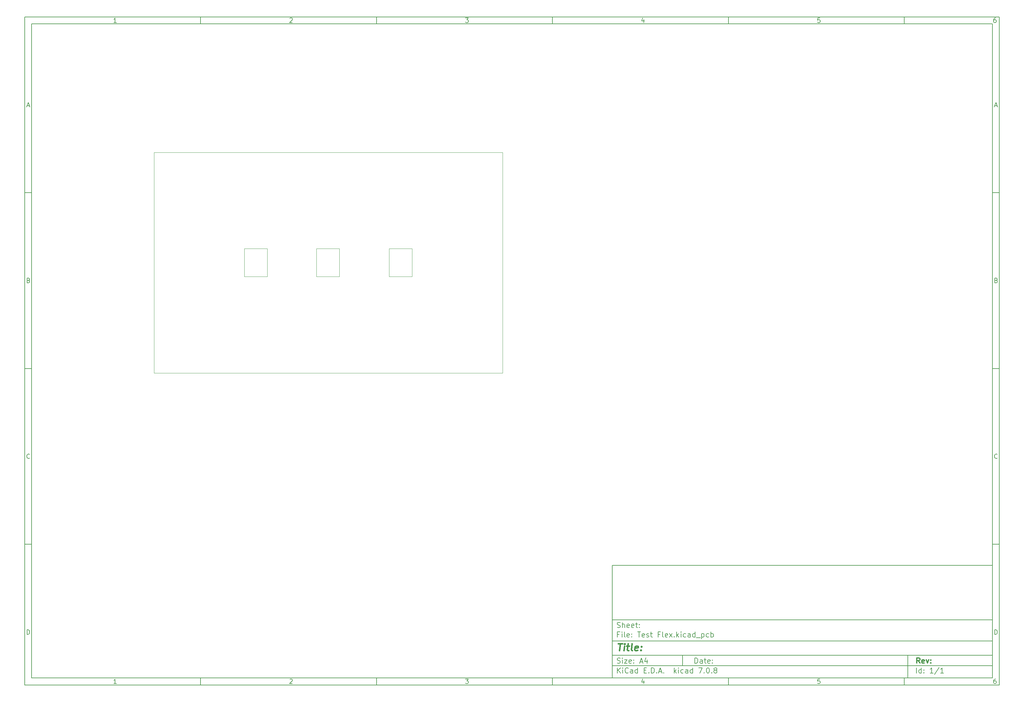
<source format=gbr>
%TF.GenerationSoftware,KiCad,Pcbnew,7.0.8*%
%TF.CreationDate,2023-11-08T15:44:53-05:00*%
%TF.ProjectId,Test Flex,54657374-2046-46c6-9578-2e6b69636164,rev?*%
%TF.SameCoordinates,Original*%
%TF.FileFunction,Profile,NP*%
%FSLAX46Y46*%
G04 Gerber Fmt 4.6, Leading zero omitted, Abs format (unit mm)*
G04 Created by KiCad (PCBNEW 7.0.8) date 2023-11-08 15:44:53*
%MOMM*%
%LPD*%
G01*
G04 APERTURE LIST*
%ADD10C,0.100000*%
%ADD11C,0.150000*%
%ADD12C,0.300000*%
%ADD13C,0.400000*%
%TA.AperFunction,Profile*%
%ADD14C,0.100000*%
%TD*%
G04 APERTURE END LIST*
D10*
D11*
X177002200Y-166007200D02*
X285002200Y-166007200D01*
X285002200Y-198007200D01*
X177002200Y-198007200D01*
X177002200Y-166007200D01*
D10*
D11*
X10000000Y-10000000D02*
X287002200Y-10000000D01*
X287002200Y-200007200D01*
X10000000Y-200007200D01*
X10000000Y-10000000D01*
D10*
D11*
X12000000Y-12000000D02*
X285002200Y-12000000D01*
X285002200Y-198007200D01*
X12000000Y-198007200D01*
X12000000Y-12000000D01*
D10*
D11*
X60000000Y-12000000D02*
X60000000Y-10000000D01*
D10*
D11*
X110000000Y-12000000D02*
X110000000Y-10000000D01*
D10*
D11*
X160000000Y-12000000D02*
X160000000Y-10000000D01*
D10*
D11*
X210000000Y-12000000D02*
X210000000Y-10000000D01*
D10*
D11*
X260000000Y-12000000D02*
X260000000Y-10000000D01*
D10*
D11*
X36089160Y-11593604D02*
X35346303Y-11593604D01*
X35717731Y-11593604D02*
X35717731Y-10293604D01*
X35717731Y-10293604D02*
X35593922Y-10479319D01*
X35593922Y-10479319D02*
X35470112Y-10603128D01*
X35470112Y-10603128D02*
X35346303Y-10665033D01*
D10*
D11*
X85346303Y-10417414D02*
X85408207Y-10355509D01*
X85408207Y-10355509D02*
X85532017Y-10293604D01*
X85532017Y-10293604D02*
X85841541Y-10293604D01*
X85841541Y-10293604D02*
X85965350Y-10355509D01*
X85965350Y-10355509D02*
X86027255Y-10417414D01*
X86027255Y-10417414D02*
X86089160Y-10541223D01*
X86089160Y-10541223D02*
X86089160Y-10665033D01*
X86089160Y-10665033D02*
X86027255Y-10850747D01*
X86027255Y-10850747D02*
X85284398Y-11593604D01*
X85284398Y-11593604D02*
X86089160Y-11593604D01*
D10*
D11*
X135284398Y-10293604D02*
X136089160Y-10293604D01*
X136089160Y-10293604D02*
X135655826Y-10788842D01*
X135655826Y-10788842D02*
X135841541Y-10788842D01*
X135841541Y-10788842D02*
X135965350Y-10850747D01*
X135965350Y-10850747D02*
X136027255Y-10912652D01*
X136027255Y-10912652D02*
X136089160Y-11036461D01*
X136089160Y-11036461D02*
X136089160Y-11345985D01*
X136089160Y-11345985D02*
X136027255Y-11469795D01*
X136027255Y-11469795D02*
X135965350Y-11531700D01*
X135965350Y-11531700D02*
X135841541Y-11593604D01*
X135841541Y-11593604D02*
X135470112Y-11593604D01*
X135470112Y-11593604D02*
X135346303Y-11531700D01*
X135346303Y-11531700D02*
X135284398Y-11469795D01*
D10*
D11*
X185965350Y-10726938D02*
X185965350Y-11593604D01*
X185655826Y-10231700D02*
X185346303Y-11160271D01*
X185346303Y-11160271D02*
X186151064Y-11160271D01*
D10*
D11*
X236027255Y-10293604D02*
X235408207Y-10293604D01*
X235408207Y-10293604D02*
X235346303Y-10912652D01*
X235346303Y-10912652D02*
X235408207Y-10850747D01*
X235408207Y-10850747D02*
X235532017Y-10788842D01*
X235532017Y-10788842D02*
X235841541Y-10788842D01*
X235841541Y-10788842D02*
X235965350Y-10850747D01*
X235965350Y-10850747D02*
X236027255Y-10912652D01*
X236027255Y-10912652D02*
X236089160Y-11036461D01*
X236089160Y-11036461D02*
X236089160Y-11345985D01*
X236089160Y-11345985D02*
X236027255Y-11469795D01*
X236027255Y-11469795D02*
X235965350Y-11531700D01*
X235965350Y-11531700D02*
X235841541Y-11593604D01*
X235841541Y-11593604D02*
X235532017Y-11593604D01*
X235532017Y-11593604D02*
X235408207Y-11531700D01*
X235408207Y-11531700D02*
X235346303Y-11469795D01*
D10*
D11*
X285965350Y-10293604D02*
X285717731Y-10293604D01*
X285717731Y-10293604D02*
X285593922Y-10355509D01*
X285593922Y-10355509D02*
X285532017Y-10417414D01*
X285532017Y-10417414D02*
X285408207Y-10603128D01*
X285408207Y-10603128D02*
X285346303Y-10850747D01*
X285346303Y-10850747D02*
X285346303Y-11345985D01*
X285346303Y-11345985D02*
X285408207Y-11469795D01*
X285408207Y-11469795D02*
X285470112Y-11531700D01*
X285470112Y-11531700D02*
X285593922Y-11593604D01*
X285593922Y-11593604D02*
X285841541Y-11593604D01*
X285841541Y-11593604D02*
X285965350Y-11531700D01*
X285965350Y-11531700D02*
X286027255Y-11469795D01*
X286027255Y-11469795D02*
X286089160Y-11345985D01*
X286089160Y-11345985D02*
X286089160Y-11036461D01*
X286089160Y-11036461D02*
X286027255Y-10912652D01*
X286027255Y-10912652D02*
X285965350Y-10850747D01*
X285965350Y-10850747D02*
X285841541Y-10788842D01*
X285841541Y-10788842D02*
X285593922Y-10788842D01*
X285593922Y-10788842D02*
X285470112Y-10850747D01*
X285470112Y-10850747D02*
X285408207Y-10912652D01*
X285408207Y-10912652D02*
X285346303Y-11036461D01*
D10*
D11*
X60000000Y-198007200D02*
X60000000Y-200007200D01*
D10*
D11*
X110000000Y-198007200D02*
X110000000Y-200007200D01*
D10*
D11*
X160000000Y-198007200D02*
X160000000Y-200007200D01*
D10*
D11*
X210000000Y-198007200D02*
X210000000Y-200007200D01*
D10*
D11*
X260000000Y-198007200D02*
X260000000Y-200007200D01*
D10*
D11*
X36089160Y-199600804D02*
X35346303Y-199600804D01*
X35717731Y-199600804D02*
X35717731Y-198300804D01*
X35717731Y-198300804D02*
X35593922Y-198486519D01*
X35593922Y-198486519D02*
X35470112Y-198610328D01*
X35470112Y-198610328D02*
X35346303Y-198672233D01*
D10*
D11*
X85346303Y-198424614D02*
X85408207Y-198362709D01*
X85408207Y-198362709D02*
X85532017Y-198300804D01*
X85532017Y-198300804D02*
X85841541Y-198300804D01*
X85841541Y-198300804D02*
X85965350Y-198362709D01*
X85965350Y-198362709D02*
X86027255Y-198424614D01*
X86027255Y-198424614D02*
X86089160Y-198548423D01*
X86089160Y-198548423D02*
X86089160Y-198672233D01*
X86089160Y-198672233D02*
X86027255Y-198857947D01*
X86027255Y-198857947D02*
X85284398Y-199600804D01*
X85284398Y-199600804D02*
X86089160Y-199600804D01*
D10*
D11*
X135284398Y-198300804D02*
X136089160Y-198300804D01*
X136089160Y-198300804D02*
X135655826Y-198796042D01*
X135655826Y-198796042D02*
X135841541Y-198796042D01*
X135841541Y-198796042D02*
X135965350Y-198857947D01*
X135965350Y-198857947D02*
X136027255Y-198919852D01*
X136027255Y-198919852D02*
X136089160Y-199043661D01*
X136089160Y-199043661D02*
X136089160Y-199353185D01*
X136089160Y-199353185D02*
X136027255Y-199476995D01*
X136027255Y-199476995D02*
X135965350Y-199538900D01*
X135965350Y-199538900D02*
X135841541Y-199600804D01*
X135841541Y-199600804D02*
X135470112Y-199600804D01*
X135470112Y-199600804D02*
X135346303Y-199538900D01*
X135346303Y-199538900D02*
X135284398Y-199476995D01*
D10*
D11*
X185965350Y-198734138D02*
X185965350Y-199600804D01*
X185655826Y-198238900D02*
X185346303Y-199167471D01*
X185346303Y-199167471D02*
X186151064Y-199167471D01*
D10*
D11*
X236027255Y-198300804D02*
X235408207Y-198300804D01*
X235408207Y-198300804D02*
X235346303Y-198919852D01*
X235346303Y-198919852D02*
X235408207Y-198857947D01*
X235408207Y-198857947D02*
X235532017Y-198796042D01*
X235532017Y-198796042D02*
X235841541Y-198796042D01*
X235841541Y-198796042D02*
X235965350Y-198857947D01*
X235965350Y-198857947D02*
X236027255Y-198919852D01*
X236027255Y-198919852D02*
X236089160Y-199043661D01*
X236089160Y-199043661D02*
X236089160Y-199353185D01*
X236089160Y-199353185D02*
X236027255Y-199476995D01*
X236027255Y-199476995D02*
X235965350Y-199538900D01*
X235965350Y-199538900D02*
X235841541Y-199600804D01*
X235841541Y-199600804D02*
X235532017Y-199600804D01*
X235532017Y-199600804D02*
X235408207Y-199538900D01*
X235408207Y-199538900D02*
X235346303Y-199476995D01*
D10*
D11*
X285965350Y-198300804D02*
X285717731Y-198300804D01*
X285717731Y-198300804D02*
X285593922Y-198362709D01*
X285593922Y-198362709D02*
X285532017Y-198424614D01*
X285532017Y-198424614D02*
X285408207Y-198610328D01*
X285408207Y-198610328D02*
X285346303Y-198857947D01*
X285346303Y-198857947D02*
X285346303Y-199353185D01*
X285346303Y-199353185D02*
X285408207Y-199476995D01*
X285408207Y-199476995D02*
X285470112Y-199538900D01*
X285470112Y-199538900D02*
X285593922Y-199600804D01*
X285593922Y-199600804D02*
X285841541Y-199600804D01*
X285841541Y-199600804D02*
X285965350Y-199538900D01*
X285965350Y-199538900D02*
X286027255Y-199476995D01*
X286027255Y-199476995D02*
X286089160Y-199353185D01*
X286089160Y-199353185D02*
X286089160Y-199043661D01*
X286089160Y-199043661D02*
X286027255Y-198919852D01*
X286027255Y-198919852D02*
X285965350Y-198857947D01*
X285965350Y-198857947D02*
X285841541Y-198796042D01*
X285841541Y-198796042D02*
X285593922Y-198796042D01*
X285593922Y-198796042D02*
X285470112Y-198857947D01*
X285470112Y-198857947D02*
X285408207Y-198919852D01*
X285408207Y-198919852D02*
X285346303Y-199043661D01*
D10*
D11*
X10000000Y-60000000D02*
X12000000Y-60000000D01*
D10*
D11*
X10000000Y-110000000D02*
X12000000Y-110000000D01*
D10*
D11*
X10000000Y-160000000D02*
X12000000Y-160000000D01*
D10*
D11*
X10690476Y-35222176D02*
X11309523Y-35222176D01*
X10566666Y-35593604D02*
X10999999Y-34293604D01*
X10999999Y-34293604D02*
X11433333Y-35593604D01*
D10*
D11*
X11092857Y-84912652D02*
X11278571Y-84974557D01*
X11278571Y-84974557D02*
X11340476Y-85036461D01*
X11340476Y-85036461D02*
X11402380Y-85160271D01*
X11402380Y-85160271D02*
X11402380Y-85345985D01*
X11402380Y-85345985D02*
X11340476Y-85469795D01*
X11340476Y-85469795D02*
X11278571Y-85531700D01*
X11278571Y-85531700D02*
X11154761Y-85593604D01*
X11154761Y-85593604D02*
X10659523Y-85593604D01*
X10659523Y-85593604D02*
X10659523Y-84293604D01*
X10659523Y-84293604D02*
X11092857Y-84293604D01*
X11092857Y-84293604D02*
X11216666Y-84355509D01*
X11216666Y-84355509D02*
X11278571Y-84417414D01*
X11278571Y-84417414D02*
X11340476Y-84541223D01*
X11340476Y-84541223D02*
X11340476Y-84665033D01*
X11340476Y-84665033D02*
X11278571Y-84788842D01*
X11278571Y-84788842D02*
X11216666Y-84850747D01*
X11216666Y-84850747D02*
X11092857Y-84912652D01*
X11092857Y-84912652D02*
X10659523Y-84912652D01*
D10*
D11*
X11402380Y-135469795D02*
X11340476Y-135531700D01*
X11340476Y-135531700D02*
X11154761Y-135593604D01*
X11154761Y-135593604D02*
X11030952Y-135593604D01*
X11030952Y-135593604D02*
X10845238Y-135531700D01*
X10845238Y-135531700D02*
X10721428Y-135407890D01*
X10721428Y-135407890D02*
X10659523Y-135284080D01*
X10659523Y-135284080D02*
X10597619Y-135036461D01*
X10597619Y-135036461D02*
X10597619Y-134850747D01*
X10597619Y-134850747D02*
X10659523Y-134603128D01*
X10659523Y-134603128D02*
X10721428Y-134479319D01*
X10721428Y-134479319D02*
X10845238Y-134355509D01*
X10845238Y-134355509D02*
X11030952Y-134293604D01*
X11030952Y-134293604D02*
X11154761Y-134293604D01*
X11154761Y-134293604D02*
X11340476Y-134355509D01*
X11340476Y-134355509D02*
X11402380Y-134417414D01*
D10*
D11*
X10659523Y-185593604D02*
X10659523Y-184293604D01*
X10659523Y-184293604D02*
X10969047Y-184293604D01*
X10969047Y-184293604D02*
X11154761Y-184355509D01*
X11154761Y-184355509D02*
X11278571Y-184479319D01*
X11278571Y-184479319D02*
X11340476Y-184603128D01*
X11340476Y-184603128D02*
X11402380Y-184850747D01*
X11402380Y-184850747D02*
X11402380Y-185036461D01*
X11402380Y-185036461D02*
X11340476Y-185284080D01*
X11340476Y-185284080D02*
X11278571Y-185407890D01*
X11278571Y-185407890D02*
X11154761Y-185531700D01*
X11154761Y-185531700D02*
X10969047Y-185593604D01*
X10969047Y-185593604D02*
X10659523Y-185593604D01*
D10*
D11*
X287002200Y-60000000D02*
X285002200Y-60000000D01*
D10*
D11*
X287002200Y-110000000D02*
X285002200Y-110000000D01*
D10*
D11*
X287002200Y-160000000D02*
X285002200Y-160000000D01*
D10*
D11*
X285692676Y-35222176D02*
X286311723Y-35222176D01*
X285568866Y-35593604D02*
X286002199Y-34293604D01*
X286002199Y-34293604D02*
X286435533Y-35593604D01*
D10*
D11*
X286095057Y-84912652D02*
X286280771Y-84974557D01*
X286280771Y-84974557D02*
X286342676Y-85036461D01*
X286342676Y-85036461D02*
X286404580Y-85160271D01*
X286404580Y-85160271D02*
X286404580Y-85345985D01*
X286404580Y-85345985D02*
X286342676Y-85469795D01*
X286342676Y-85469795D02*
X286280771Y-85531700D01*
X286280771Y-85531700D02*
X286156961Y-85593604D01*
X286156961Y-85593604D02*
X285661723Y-85593604D01*
X285661723Y-85593604D02*
X285661723Y-84293604D01*
X285661723Y-84293604D02*
X286095057Y-84293604D01*
X286095057Y-84293604D02*
X286218866Y-84355509D01*
X286218866Y-84355509D02*
X286280771Y-84417414D01*
X286280771Y-84417414D02*
X286342676Y-84541223D01*
X286342676Y-84541223D02*
X286342676Y-84665033D01*
X286342676Y-84665033D02*
X286280771Y-84788842D01*
X286280771Y-84788842D02*
X286218866Y-84850747D01*
X286218866Y-84850747D02*
X286095057Y-84912652D01*
X286095057Y-84912652D02*
X285661723Y-84912652D01*
D10*
D11*
X286404580Y-135469795D02*
X286342676Y-135531700D01*
X286342676Y-135531700D02*
X286156961Y-135593604D01*
X286156961Y-135593604D02*
X286033152Y-135593604D01*
X286033152Y-135593604D02*
X285847438Y-135531700D01*
X285847438Y-135531700D02*
X285723628Y-135407890D01*
X285723628Y-135407890D02*
X285661723Y-135284080D01*
X285661723Y-135284080D02*
X285599819Y-135036461D01*
X285599819Y-135036461D02*
X285599819Y-134850747D01*
X285599819Y-134850747D02*
X285661723Y-134603128D01*
X285661723Y-134603128D02*
X285723628Y-134479319D01*
X285723628Y-134479319D02*
X285847438Y-134355509D01*
X285847438Y-134355509D02*
X286033152Y-134293604D01*
X286033152Y-134293604D02*
X286156961Y-134293604D01*
X286156961Y-134293604D02*
X286342676Y-134355509D01*
X286342676Y-134355509D02*
X286404580Y-134417414D01*
D10*
D11*
X285661723Y-185593604D02*
X285661723Y-184293604D01*
X285661723Y-184293604D02*
X285971247Y-184293604D01*
X285971247Y-184293604D02*
X286156961Y-184355509D01*
X286156961Y-184355509D02*
X286280771Y-184479319D01*
X286280771Y-184479319D02*
X286342676Y-184603128D01*
X286342676Y-184603128D02*
X286404580Y-184850747D01*
X286404580Y-184850747D02*
X286404580Y-185036461D01*
X286404580Y-185036461D02*
X286342676Y-185284080D01*
X286342676Y-185284080D02*
X286280771Y-185407890D01*
X286280771Y-185407890D02*
X286156961Y-185531700D01*
X286156961Y-185531700D02*
X285971247Y-185593604D01*
X285971247Y-185593604D02*
X285661723Y-185593604D01*
D10*
D11*
X200458026Y-193793328D02*
X200458026Y-192293328D01*
X200458026Y-192293328D02*
X200815169Y-192293328D01*
X200815169Y-192293328D02*
X201029455Y-192364757D01*
X201029455Y-192364757D02*
X201172312Y-192507614D01*
X201172312Y-192507614D02*
X201243741Y-192650471D01*
X201243741Y-192650471D02*
X201315169Y-192936185D01*
X201315169Y-192936185D02*
X201315169Y-193150471D01*
X201315169Y-193150471D02*
X201243741Y-193436185D01*
X201243741Y-193436185D02*
X201172312Y-193579042D01*
X201172312Y-193579042D02*
X201029455Y-193721900D01*
X201029455Y-193721900D02*
X200815169Y-193793328D01*
X200815169Y-193793328D02*
X200458026Y-193793328D01*
X202600884Y-193793328D02*
X202600884Y-193007614D01*
X202600884Y-193007614D02*
X202529455Y-192864757D01*
X202529455Y-192864757D02*
X202386598Y-192793328D01*
X202386598Y-192793328D02*
X202100884Y-192793328D01*
X202100884Y-192793328D02*
X201958026Y-192864757D01*
X202600884Y-193721900D02*
X202458026Y-193793328D01*
X202458026Y-193793328D02*
X202100884Y-193793328D01*
X202100884Y-193793328D02*
X201958026Y-193721900D01*
X201958026Y-193721900D02*
X201886598Y-193579042D01*
X201886598Y-193579042D02*
X201886598Y-193436185D01*
X201886598Y-193436185D02*
X201958026Y-193293328D01*
X201958026Y-193293328D02*
X202100884Y-193221900D01*
X202100884Y-193221900D02*
X202458026Y-193221900D01*
X202458026Y-193221900D02*
X202600884Y-193150471D01*
X203100884Y-192793328D02*
X203672312Y-192793328D01*
X203315169Y-192293328D02*
X203315169Y-193579042D01*
X203315169Y-193579042D02*
X203386598Y-193721900D01*
X203386598Y-193721900D02*
X203529455Y-193793328D01*
X203529455Y-193793328D02*
X203672312Y-193793328D01*
X204743741Y-193721900D02*
X204600884Y-193793328D01*
X204600884Y-193793328D02*
X204315170Y-193793328D01*
X204315170Y-193793328D02*
X204172312Y-193721900D01*
X204172312Y-193721900D02*
X204100884Y-193579042D01*
X204100884Y-193579042D02*
X204100884Y-193007614D01*
X204100884Y-193007614D02*
X204172312Y-192864757D01*
X204172312Y-192864757D02*
X204315170Y-192793328D01*
X204315170Y-192793328D02*
X204600884Y-192793328D01*
X204600884Y-192793328D02*
X204743741Y-192864757D01*
X204743741Y-192864757D02*
X204815170Y-193007614D01*
X204815170Y-193007614D02*
X204815170Y-193150471D01*
X204815170Y-193150471D02*
X204100884Y-193293328D01*
X205458026Y-193650471D02*
X205529455Y-193721900D01*
X205529455Y-193721900D02*
X205458026Y-193793328D01*
X205458026Y-193793328D02*
X205386598Y-193721900D01*
X205386598Y-193721900D02*
X205458026Y-193650471D01*
X205458026Y-193650471D02*
X205458026Y-193793328D01*
X205458026Y-192864757D02*
X205529455Y-192936185D01*
X205529455Y-192936185D02*
X205458026Y-193007614D01*
X205458026Y-193007614D02*
X205386598Y-192936185D01*
X205386598Y-192936185D02*
X205458026Y-192864757D01*
X205458026Y-192864757D02*
X205458026Y-193007614D01*
D10*
D11*
X177002200Y-194507200D02*
X285002200Y-194507200D01*
D10*
D11*
X178458026Y-196593328D02*
X178458026Y-195093328D01*
X179315169Y-196593328D02*
X178672312Y-195736185D01*
X179315169Y-195093328D02*
X178458026Y-195950471D01*
X179958026Y-196593328D02*
X179958026Y-195593328D01*
X179958026Y-195093328D02*
X179886598Y-195164757D01*
X179886598Y-195164757D02*
X179958026Y-195236185D01*
X179958026Y-195236185D02*
X180029455Y-195164757D01*
X180029455Y-195164757D02*
X179958026Y-195093328D01*
X179958026Y-195093328D02*
X179958026Y-195236185D01*
X181529455Y-196450471D02*
X181458027Y-196521900D01*
X181458027Y-196521900D02*
X181243741Y-196593328D01*
X181243741Y-196593328D02*
X181100884Y-196593328D01*
X181100884Y-196593328D02*
X180886598Y-196521900D01*
X180886598Y-196521900D02*
X180743741Y-196379042D01*
X180743741Y-196379042D02*
X180672312Y-196236185D01*
X180672312Y-196236185D02*
X180600884Y-195950471D01*
X180600884Y-195950471D02*
X180600884Y-195736185D01*
X180600884Y-195736185D02*
X180672312Y-195450471D01*
X180672312Y-195450471D02*
X180743741Y-195307614D01*
X180743741Y-195307614D02*
X180886598Y-195164757D01*
X180886598Y-195164757D02*
X181100884Y-195093328D01*
X181100884Y-195093328D02*
X181243741Y-195093328D01*
X181243741Y-195093328D02*
X181458027Y-195164757D01*
X181458027Y-195164757D02*
X181529455Y-195236185D01*
X182815170Y-196593328D02*
X182815170Y-195807614D01*
X182815170Y-195807614D02*
X182743741Y-195664757D01*
X182743741Y-195664757D02*
X182600884Y-195593328D01*
X182600884Y-195593328D02*
X182315170Y-195593328D01*
X182315170Y-195593328D02*
X182172312Y-195664757D01*
X182815170Y-196521900D02*
X182672312Y-196593328D01*
X182672312Y-196593328D02*
X182315170Y-196593328D01*
X182315170Y-196593328D02*
X182172312Y-196521900D01*
X182172312Y-196521900D02*
X182100884Y-196379042D01*
X182100884Y-196379042D02*
X182100884Y-196236185D01*
X182100884Y-196236185D02*
X182172312Y-196093328D01*
X182172312Y-196093328D02*
X182315170Y-196021900D01*
X182315170Y-196021900D02*
X182672312Y-196021900D01*
X182672312Y-196021900D02*
X182815170Y-195950471D01*
X184172313Y-196593328D02*
X184172313Y-195093328D01*
X184172313Y-196521900D02*
X184029455Y-196593328D01*
X184029455Y-196593328D02*
X183743741Y-196593328D01*
X183743741Y-196593328D02*
X183600884Y-196521900D01*
X183600884Y-196521900D02*
X183529455Y-196450471D01*
X183529455Y-196450471D02*
X183458027Y-196307614D01*
X183458027Y-196307614D02*
X183458027Y-195879042D01*
X183458027Y-195879042D02*
X183529455Y-195736185D01*
X183529455Y-195736185D02*
X183600884Y-195664757D01*
X183600884Y-195664757D02*
X183743741Y-195593328D01*
X183743741Y-195593328D02*
X184029455Y-195593328D01*
X184029455Y-195593328D02*
X184172313Y-195664757D01*
X186029455Y-195807614D02*
X186529455Y-195807614D01*
X186743741Y-196593328D02*
X186029455Y-196593328D01*
X186029455Y-196593328D02*
X186029455Y-195093328D01*
X186029455Y-195093328D02*
X186743741Y-195093328D01*
X187386598Y-196450471D02*
X187458027Y-196521900D01*
X187458027Y-196521900D02*
X187386598Y-196593328D01*
X187386598Y-196593328D02*
X187315170Y-196521900D01*
X187315170Y-196521900D02*
X187386598Y-196450471D01*
X187386598Y-196450471D02*
X187386598Y-196593328D01*
X188100884Y-196593328D02*
X188100884Y-195093328D01*
X188100884Y-195093328D02*
X188458027Y-195093328D01*
X188458027Y-195093328D02*
X188672313Y-195164757D01*
X188672313Y-195164757D02*
X188815170Y-195307614D01*
X188815170Y-195307614D02*
X188886599Y-195450471D01*
X188886599Y-195450471D02*
X188958027Y-195736185D01*
X188958027Y-195736185D02*
X188958027Y-195950471D01*
X188958027Y-195950471D02*
X188886599Y-196236185D01*
X188886599Y-196236185D02*
X188815170Y-196379042D01*
X188815170Y-196379042D02*
X188672313Y-196521900D01*
X188672313Y-196521900D02*
X188458027Y-196593328D01*
X188458027Y-196593328D02*
X188100884Y-196593328D01*
X189600884Y-196450471D02*
X189672313Y-196521900D01*
X189672313Y-196521900D02*
X189600884Y-196593328D01*
X189600884Y-196593328D02*
X189529456Y-196521900D01*
X189529456Y-196521900D02*
X189600884Y-196450471D01*
X189600884Y-196450471D02*
X189600884Y-196593328D01*
X190243742Y-196164757D02*
X190958028Y-196164757D01*
X190100885Y-196593328D02*
X190600885Y-195093328D01*
X190600885Y-195093328D02*
X191100885Y-196593328D01*
X191600884Y-196450471D02*
X191672313Y-196521900D01*
X191672313Y-196521900D02*
X191600884Y-196593328D01*
X191600884Y-196593328D02*
X191529456Y-196521900D01*
X191529456Y-196521900D02*
X191600884Y-196450471D01*
X191600884Y-196450471D02*
X191600884Y-196593328D01*
X194600884Y-196593328D02*
X194600884Y-195093328D01*
X194743742Y-196021900D02*
X195172313Y-196593328D01*
X195172313Y-195593328D02*
X194600884Y-196164757D01*
X195815170Y-196593328D02*
X195815170Y-195593328D01*
X195815170Y-195093328D02*
X195743742Y-195164757D01*
X195743742Y-195164757D02*
X195815170Y-195236185D01*
X195815170Y-195236185D02*
X195886599Y-195164757D01*
X195886599Y-195164757D02*
X195815170Y-195093328D01*
X195815170Y-195093328D02*
X195815170Y-195236185D01*
X197172314Y-196521900D02*
X197029456Y-196593328D01*
X197029456Y-196593328D02*
X196743742Y-196593328D01*
X196743742Y-196593328D02*
X196600885Y-196521900D01*
X196600885Y-196521900D02*
X196529456Y-196450471D01*
X196529456Y-196450471D02*
X196458028Y-196307614D01*
X196458028Y-196307614D02*
X196458028Y-195879042D01*
X196458028Y-195879042D02*
X196529456Y-195736185D01*
X196529456Y-195736185D02*
X196600885Y-195664757D01*
X196600885Y-195664757D02*
X196743742Y-195593328D01*
X196743742Y-195593328D02*
X197029456Y-195593328D01*
X197029456Y-195593328D02*
X197172314Y-195664757D01*
X198458028Y-196593328D02*
X198458028Y-195807614D01*
X198458028Y-195807614D02*
X198386599Y-195664757D01*
X198386599Y-195664757D02*
X198243742Y-195593328D01*
X198243742Y-195593328D02*
X197958028Y-195593328D01*
X197958028Y-195593328D02*
X197815170Y-195664757D01*
X198458028Y-196521900D02*
X198315170Y-196593328D01*
X198315170Y-196593328D02*
X197958028Y-196593328D01*
X197958028Y-196593328D02*
X197815170Y-196521900D01*
X197815170Y-196521900D02*
X197743742Y-196379042D01*
X197743742Y-196379042D02*
X197743742Y-196236185D01*
X197743742Y-196236185D02*
X197815170Y-196093328D01*
X197815170Y-196093328D02*
X197958028Y-196021900D01*
X197958028Y-196021900D02*
X198315170Y-196021900D01*
X198315170Y-196021900D02*
X198458028Y-195950471D01*
X199815171Y-196593328D02*
X199815171Y-195093328D01*
X199815171Y-196521900D02*
X199672313Y-196593328D01*
X199672313Y-196593328D02*
X199386599Y-196593328D01*
X199386599Y-196593328D02*
X199243742Y-196521900D01*
X199243742Y-196521900D02*
X199172313Y-196450471D01*
X199172313Y-196450471D02*
X199100885Y-196307614D01*
X199100885Y-196307614D02*
X199100885Y-195879042D01*
X199100885Y-195879042D02*
X199172313Y-195736185D01*
X199172313Y-195736185D02*
X199243742Y-195664757D01*
X199243742Y-195664757D02*
X199386599Y-195593328D01*
X199386599Y-195593328D02*
X199672313Y-195593328D01*
X199672313Y-195593328D02*
X199815171Y-195664757D01*
X201529456Y-195093328D02*
X202529456Y-195093328D01*
X202529456Y-195093328D02*
X201886599Y-196593328D01*
X203100884Y-196450471D02*
X203172313Y-196521900D01*
X203172313Y-196521900D02*
X203100884Y-196593328D01*
X203100884Y-196593328D02*
X203029456Y-196521900D01*
X203029456Y-196521900D02*
X203100884Y-196450471D01*
X203100884Y-196450471D02*
X203100884Y-196593328D01*
X204100885Y-195093328D02*
X204243742Y-195093328D01*
X204243742Y-195093328D02*
X204386599Y-195164757D01*
X204386599Y-195164757D02*
X204458028Y-195236185D01*
X204458028Y-195236185D02*
X204529456Y-195379042D01*
X204529456Y-195379042D02*
X204600885Y-195664757D01*
X204600885Y-195664757D02*
X204600885Y-196021900D01*
X204600885Y-196021900D02*
X204529456Y-196307614D01*
X204529456Y-196307614D02*
X204458028Y-196450471D01*
X204458028Y-196450471D02*
X204386599Y-196521900D01*
X204386599Y-196521900D02*
X204243742Y-196593328D01*
X204243742Y-196593328D02*
X204100885Y-196593328D01*
X204100885Y-196593328D02*
X203958028Y-196521900D01*
X203958028Y-196521900D02*
X203886599Y-196450471D01*
X203886599Y-196450471D02*
X203815170Y-196307614D01*
X203815170Y-196307614D02*
X203743742Y-196021900D01*
X203743742Y-196021900D02*
X203743742Y-195664757D01*
X203743742Y-195664757D02*
X203815170Y-195379042D01*
X203815170Y-195379042D02*
X203886599Y-195236185D01*
X203886599Y-195236185D02*
X203958028Y-195164757D01*
X203958028Y-195164757D02*
X204100885Y-195093328D01*
X205243741Y-196450471D02*
X205315170Y-196521900D01*
X205315170Y-196521900D02*
X205243741Y-196593328D01*
X205243741Y-196593328D02*
X205172313Y-196521900D01*
X205172313Y-196521900D02*
X205243741Y-196450471D01*
X205243741Y-196450471D02*
X205243741Y-196593328D01*
X206172313Y-195736185D02*
X206029456Y-195664757D01*
X206029456Y-195664757D02*
X205958027Y-195593328D01*
X205958027Y-195593328D02*
X205886599Y-195450471D01*
X205886599Y-195450471D02*
X205886599Y-195379042D01*
X205886599Y-195379042D02*
X205958027Y-195236185D01*
X205958027Y-195236185D02*
X206029456Y-195164757D01*
X206029456Y-195164757D02*
X206172313Y-195093328D01*
X206172313Y-195093328D02*
X206458027Y-195093328D01*
X206458027Y-195093328D02*
X206600885Y-195164757D01*
X206600885Y-195164757D02*
X206672313Y-195236185D01*
X206672313Y-195236185D02*
X206743742Y-195379042D01*
X206743742Y-195379042D02*
X206743742Y-195450471D01*
X206743742Y-195450471D02*
X206672313Y-195593328D01*
X206672313Y-195593328D02*
X206600885Y-195664757D01*
X206600885Y-195664757D02*
X206458027Y-195736185D01*
X206458027Y-195736185D02*
X206172313Y-195736185D01*
X206172313Y-195736185D02*
X206029456Y-195807614D01*
X206029456Y-195807614D02*
X205958027Y-195879042D01*
X205958027Y-195879042D02*
X205886599Y-196021900D01*
X205886599Y-196021900D02*
X205886599Y-196307614D01*
X205886599Y-196307614D02*
X205958027Y-196450471D01*
X205958027Y-196450471D02*
X206029456Y-196521900D01*
X206029456Y-196521900D02*
X206172313Y-196593328D01*
X206172313Y-196593328D02*
X206458027Y-196593328D01*
X206458027Y-196593328D02*
X206600885Y-196521900D01*
X206600885Y-196521900D02*
X206672313Y-196450471D01*
X206672313Y-196450471D02*
X206743742Y-196307614D01*
X206743742Y-196307614D02*
X206743742Y-196021900D01*
X206743742Y-196021900D02*
X206672313Y-195879042D01*
X206672313Y-195879042D02*
X206600885Y-195807614D01*
X206600885Y-195807614D02*
X206458027Y-195736185D01*
D10*
D11*
X177002200Y-191507200D02*
X285002200Y-191507200D01*
D10*
D12*
X264413853Y-193785528D02*
X263913853Y-193071242D01*
X263556710Y-193785528D02*
X263556710Y-192285528D01*
X263556710Y-192285528D02*
X264128139Y-192285528D01*
X264128139Y-192285528D02*
X264270996Y-192356957D01*
X264270996Y-192356957D02*
X264342425Y-192428385D01*
X264342425Y-192428385D02*
X264413853Y-192571242D01*
X264413853Y-192571242D02*
X264413853Y-192785528D01*
X264413853Y-192785528D02*
X264342425Y-192928385D01*
X264342425Y-192928385D02*
X264270996Y-192999814D01*
X264270996Y-192999814D02*
X264128139Y-193071242D01*
X264128139Y-193071242D02*
X263556710Y-193071242D01*
X265628139Y-193714100D02*
X265485282Y-193785528D01*
X265485282Y-193785528D02*
X265199568Y-193785528D01*
X265199568Y-193785528D02*
X265056710Y-193714100D01*
X265056710Y-193714100D02*
X264985282Y-193571242D01*
X264985282Y-193571242D02*
X264985282Y-192999814D01*
X264985282Y-192999814D02*
X265056710Y-192856957D01*
X265056710Y-192856957D02*
X265199568Y-192785528D01*
X265199568Y-192785528D02*
X265485282Y-192785528D01*
X265485282Y-192785528D02*
X265628139Y-192856957D01*
X265628139Y-192856957D02*
X265699568Y-192999814D01*
X265699568Y-192999814D02*
X265699568Y-193142671D01*
X265699568Y-193142671D02*
X264985282Y-193285528D01*
X266199567Y-192785528D02*
X266556710Y-193785528D01*
X266556710Y-193785528D02*
X266913853Y-192785528D01*
X267485281Y-193642671D02*
X267556710Y-193714100D01*
X267556710Y-193714100D02*
X267485281Y-193785528D01*
X267485281Y-193785528D02*
X267413853Y-193714100D01*
X267413853Y-193714100D02*
X267485281Y-193642671D01*
X267485281Y-193642671D02*
X267485281Y-193785528D01*
X267485281Y-192856957D02*
X267556710Y-192928385D01*
X267556710Y-192928385D02*
X267485281Y-192999814D01*
X267485281Y-192999814D02*
X267413853Y-192928385D01*
X267413853Y-192928385D02*
X267485281Y-192856957D01*
X267485281Y-192856957D02*
X267485281Y-192999814D01*
D10*
D11*
X178386598Y-193721900D02*
X178600884Y-193793328D01*
X178600884Y-193793328D02*
X178958026Y-193793328D01*
X178958026Y-193793328D02*
X179100884Y-193721900D01*
X179100884Y-193721900D02*
X179172312Y-193650471D01*
X179172312Y-193650471D02*
X179243741Y-193507614D01*
X179243741Y-193507614D02*
X179243741Y-193364757D01*
X179243741Y-193364757D02*
X179172312Y-193221900D01*
X179172312Y-193221900D02*
X179100884Y-193150471D01*
X179100884Y-193150471D02*
X178958026Y-193079042D01*
X178958026Y-193079042D02*
X178672312Y-193007614D01*
X178672312Y-193007614D02*
X178529455Y-192936185D01*
X178529455Y-192936185D02*
X178458026Y-192864757D01*
X178458026Y-192864757D02*
X178386598Y-192721900D01*
X178386598Y-192721900D02*
X178386598Y-192579042D01*
X178386598Y-192579042D02*
X178458026Y-192436185D01*
X178458026Y-192436185D02*
X178529455Y-192364757D01*
X178529455Y-192364757D02*
X178672312Y-192293328D01*
X178672312Y-192293328D02*
X179029455Y-192293328D01*
X179029455Y-192293328D02*
X179243741Y-192364757D01*
X179886597Y-193793328D02*
X179886597Y-192793328D01*
X179886597Y-192293328D02*
X179815169Y-192364757D01*
X179815169Y-192364757D02*
X179886597Y-192436185D01*
X179886597Y-192436185D02*
X179958026Y-192364757D01*
X179958026Y-192364757D02*
X179886597Y-192293328D01*
X179886597Y-192293328D02*
X179886597Y-192436185D01*
X180458026Y-192793328D02*
X181243741Y-192793328D01*
X181243741Y-192793328D02*
X180458026Y-193793328D01*
X180458026Y-193793328D02*
X181243741Y-193793328D01*
X182386598Y-193721900D02*
X182243741Y-193793328D01*
X182243741Y-193793328D02*
X181958027Y-193793328D01*
X181958027Y-193793328D02*
X181815169Y-193721900D01*
X181815169Y-193721900D02*
X181743741Y-193579042D01*
X181743741Y-193579042D02*
X181743741Y-193007614D01*
X181743741Y-193007614D02*
X181815169Y-192864757D01*
X181815169Y-192864757D02*
X181958027Y-192793328D01*
X181958027Y-192793328D02*
X182243741Y-192793328D01*
X182243741Y-192793328D02*
X182386598Y-192864757D01*
X182386598Y-192864757D02*
X182458027Y-193007614D01*
X182458027Y-193007614D02*
X182458027Y-193150471D01*
X182458027Y-193150471D02*
X181743741Y-193293328D01*
X183100883Y-193650471D02*
X183172312Y-193721900D01*
X183172312Y-193721900D02*
X183100883Y-193793328D01*
X183100883Y-193793328D02*
X183029455Y-193721900D01*
X183029455Y-193721900D02*
X183100883Y-193650471D01*
X183100883Y-193650471D02*
X183100883Y-193793328D01*
X183100883Y-192864757D02*
X183172312Y-192936185D01*
X183172312Y-192936185D02*
X183100883Y-193007614D01*
X183100883Y-193007614D02*
X183029455Y-192936185D01*
X183029455Y-192936185D02*
X183100883Y-192864757D01*
X183100883Y-192864757D02*
X183100883Y-193007614D01*
X184886598Y-193364757D02*
X185600884Y-193364757D01*
X184743741Y-193793328D02*
X185243741Y-192293328D01*
X185243741Y-192293328D02*
X185743741Y-193793328D01*
X186886598Y-192793328D02*
X186886598Y-193793328D01*
X186529455Y-192221900D02*
X186172312Y-193293328D01*
X186172312Y-193293328D02*
X187100883Y-193293328D01*
D10*
D11*
X263458026Y-196593328D02*
X263458026Y-195093328D01*
X264815170Y-196593328D02*
X264815170Y-195093328D01*
X264815170Y-196521900D02*
X264672312Y-196593328D01*
X264672312Y-196593328D02*
X264386598Y-196593328D01*
X264386598Y-196593328D02*
X264243741Y-196521900D01*
X264243741Y-196521900D02*
X264172312Y-196450471D01*
X264172312Y-196450471D02*
X264100884Y-196307614D01*
X264100884Y-196307614D02*
X264100884Y-195879042D01*
X264100884Y-195879042D02*
X264172312Y-195736185D01*
X264172312Y-195736185D02*
X264243741Y-195664757D01*
X264243741Y-195664757D02*
X264386598Y-195593328D01*
X264386598Y-195593328D02*
X264672312Y-195593328D01*
X264672312Y-195593328D02*
X264815170Y-195664757D01*
X265529455Y-196450471D02*
X265600884Y-196521900D01*
X265600884Y-196521900D02*
X265529455Y-196593328D01*
X265529455Y-196593328D02*
X265458027Y-196521900D01*
X265458027Y-196521900D02*
X265529455Y-196450471D01*
X265529455Y-196450471D02*
X265529455Y-196593328D01*
X265529455Y-195664757D02*
X265600884Y-195736185D01*
X265600884Y-195736185D02*
X265529455Y-195807614D01*
X265529455Y-195807614D02*
X265458027Y-195736185D01*
X265458027Y-195736185D02*
X265529455Y-195664757D01*
X265529455Y-195664757D02*
X265529455Y-195807614D01*
X268172313Y-196593328D02*
X267315170Y-196593328D01*
X267743741Y-196593328D02*
X267743741Y-195093328D01*
X267743741Y-195093328D02*
X267600884Y-195307614D01*
X267600884Y-195307614D02*
X267458027Y-195450471D01*
X267458027Y-195450471D02*
X267315170Y-195521900D01*
X269886598Y-195021900D02*
X268600884Y-196950471D01*
X271172313Y-196593328D02*
X270315170Y-196593328D01*
X270743741Y-196593328D02*
X270743741Y-195093328D01*
X270743741Y-195093328D02*
X270600884Y-195307614D01*
X270600884Y-195307614D02*
X270458027Y-195450471D01*
X270458027Y-195450471D02*
X270315170Y-195521900D01*
D10*
D11*
X177002200Y-187507200D02*
X285002200Y-187507200D01*
D10*
D13*
X178693928Y-188211638D02*
X179836785Y-188211638D01*
X179015357Y-190211638D02*
X179265357Y-188211638D01*
X180253452Y-190211638D02*
X180420119Y-188878304D01*
X180503452Y-188211638D02*
X180396309Y-188306876D01*
X180396309Y-188306876D02*
X180479643Y-188402114D01*
X180479643Y-188402114D02*
X180586786Y-188306876D01*
X180586786Y-188306876D02*
X180503452Y-188211638D01*
X180503452Y-188211638D02*
X180479643Y-188402114D01*
X181086786Y-188878304D02*
X181848690Y-188878304D01*
X181455833Y-188211638D02*
X181241548Y-189925923D01*
X181241548Y-189925923D02*
X181312976Y-190116400D01*
X181312976Y-190116400D02*
X181491548Y-190211638D01*
X181491548Y-190211638D02*
X181682024Y-190211638D01*
X182634405Y-190211638D02*
X182455833Y-190116400D01*
X182455833Y-190116400D02*
X182384405Y-189925923D01*
X182384405Y-189925923D02*
X182598690Y-188211638D01*
X184170119Y-190116400D02*
X183967738Y-190211638D01*
X183967738Y-190211638D02*
X183586785Y-190211638D01*
X183586785Y-190211638D02*
X183408214Y-190116400D01*
X183408214Y-190116400D02*
X183336785Y-189925923D01*
X183336785Y-189925923D02*
X183432024Y-189164019D01*
X183432024Y-189164019D02*
X183551071Y-188973542D01*
X183551071Y-188973542D02*
X183753452Y-188878304D01*
X183753452Y-188878304D02*
X184134404Y-188878304D01*
X184134404Y-188878304D02*
X184312976Y-188973542D01*
X184312976Y-188973542D02*
X184384404Y-189164019D01*
X184384404Y-189164019D02*
X184360595Y-189354495D01*
X184360595Y-189354495D02*
X183384404Y-189544971D01*
X185134405Y-190021161D02*
X185217738Y-190116400D01*
X185217738Y-190116400D02*
X185110595Y-190211638D01*
X185110595Y-190211638D02*
X185027262Y-190116400D01*
X185027262Y-190116400D02*
X185134405Y-190021161D01*
X185134405Y-190021161D02*
X185110595Y-190211638D01*
X185265357Y-188973542D02*
X185348690Y-189068780D01*
X185348690Y-189068780D02*
X185241548Y-189164019D01*
X185241548Y-189164019D02*
X185158214Y-189068780D01*
X185158214Y-189068780D02*
X185265357Y-188973542D01*
X185265357Y-188973542D02*
X185241548Y-189164019D01*
D10*
D11*
X178958026Y-185607614D02*
X178458026Y-185607614D01*
X178458026Y-186393328D02*
X178458026Y-184893328D01*
X178458026Y-184893328D02*
X179172312Y-184893328D01*
X179743740Y-186393328D02*
X179743740Y-185393328D01*
X179743740Y-184893328D02*
X179672312Y-184964757D01*
X179672312Y-184964757D02*
X179743740Y-185036185D01*
X179743740Y-185036185D02*
X179815169Y-184964757D01*
X179815169Y-184964757D02*
X179743740Y-184893328D01*
X179743740Y-184893328D02*
X179743740Y-185036185D01*
X180672312Y-186393328D02*
X180529455Y-186321900D01*
X180529455Y-186321900D02*
X180458026Y-186179042D01*
X180458026Y-186179042D02*
X180458026Y-184893328D01*
X181815169Y-186321900D02*
X181672312Y-186393328D01*
X181672312Y-186393328D02*
X181386598Y-186393328D01*
X181386598Y-186393328D02*
X181243740Y-186321900D01*
X181243740Y-186321900D02*
X181172312Y-186179042D01*
X181172312Y-186179042D02*
X181172312Y-185607614D01*
X181172312Y-185607614D02*
X181243740Y-185464757D01*
X181243740Y-185464757D02*
X181386598Y-185393328D01*
X181386598Y-185393328D02*
X181672312Y-185393328D01*
X181672312Y-185393328D02*
X181815169Y-185464757D01*
X181815169Y-185464757D02*
X181886598Y-185607614D01*
X181886598Y-185607614D02*
X181886598Y-185750471D01*
X181886598Y-185750471D02*
X181172312Y-185893328D01*
X182529454Y-186250471D02*
X182600883Y-186321900D01*
X182600883Y-186321900D02*
X182529454Y-186393328D01*
X182529454Y-186393328D02*
X182458026Y-186321900D01*
X182458026Y-186321900D02*
X182529454Y-186250471D01*
X182529454Y-186250471D02*
X182529454Y-186393328D01*
X182529454Y-185464757D02*
X182600883Y-185536185D01*
X182600883Y-185536185D02*
X182529454Y-185607614D01*
X182529454Y-185607614D02*
X182458026Y-185536185D01*
X182458026Y-185536185D02*
X182529454Y-185464757D01*
X182529454Y-185464757D02*
X182529454Y-185607614D01*
X184172312Y-184893328D02*
X185029455Y-184893328D01*
X184600883Y-186393328D02*
X184600883Y-184893328D01*
X186100883Y-186321900D02*
X185958026Y-186393328D01*
X185958026Y-186393328D02*
X185672312Y-186393328D01*
X185672312Y-186393328D02*
X185529454Y-186321900D01*
X185529454Y-186321900D02*
X185458026Y-186179042D01*
X185458026Y-186179042D02*
X185458026Y-185607614D01*
X185458026Y-185607614D02*
X185529454Y-185464757D01*
X185529454Y-185464757D02*
X185672312Y-185393328D01*
X185672312Y-185393328D02*
X185958026Y-185393328D01*
X185958026Y-185393328D02*
X186100883Y-185464757D01*
X186100883Y-185464757D02*
X186172312Y-185607614D01*
X186172312Y-185607614D02*
X186172312Y-185750471D01*
X186172312Y-185750471D02*
X185458026Y-185893328D01*
X186743740Y-186321900D02*
X186886597Y-186393328D01*
X186886597Y-186393328D02*
X187172311Y-186393328D01*
X187172311Y-186393328D02*
X187315168Y-186321900D01*
X187315168Y-186321900D02*
X187386597Y-186179042D01*
X187386597Y-186179042D02*
X187386597Y-186107614D01*
X187386597Y-186107614D02*
X187315168Y-185964757D01*
X187315168Y-185964757D02*
X187172311Y-185893328D01*
X187172311Y-185893328D02*
X186958026Y-185893328D01*
X186958026Y-185893328D02*
X186815168Y-185821900D01*
X186815168Y-185821900D02*
X186743740Y-185679042D01*
X186743740Y-185679042D02*
X186743740Y-185607614D01*
X186743740Y-185607614D02*
X186815168Y-185464757D01*
X186815168Y-185464757D02*
X186958026Y-185393328D01*
X186958026Y-185393328D02*
X187172311Y-185393328D01*
X187172311Y-185393328D02*
X187315168Y-185464757D01*
X187815169Y-185393328D02*
X188386597Y-185393328D01*
X188029454Y-184893328D02*
X188029454Y-186179042D01*
X188029454Y-186179042D02*
X188100883Y-186321900D01*
X188100883Y-186321900D02*
X188243740Y-186393328D01*
X188243740Y-186393328D02*
X188386597Y-186393328D01*
X190529454Y-185607614D02*
X190029454Y-185607614D01*
X190029454Y-186393328D02*
X190029454Y-184893328D01*
X190029454Y-184893328D02*
X190743740Y-184893328D01*
X191529454Y-186393328D02*
X191386597Y-186321900D01*
X191386597Y-186321900D02*
X191315168Y-186179042D01*
X191315168Y-186179042D02*
X191315168Y-184893328D01*
X192672311Y-186321900D02*
X192529454Y-186393328D01*
X192529454Y-186393328D02*
X192243740Y-186393328D01*
X192243740Y-186393328D02*
X192100882Y-186321900D01*
X192100882Y-186321900D02*
X192029454Y-186179042D01*
X192029454Y-186179042D02*
X192029454Y-185607614D01*
X192029454Y-185607614D02*
X192100882Y-185464757D01*
X192100882Y-185464757D02*
X192243740Y-185393328D01*
X192243740Y-185393328D02*
X192529454Y-185393328D01*
X192529454Y-185393328D02*
X192672311Y-185464757D01*
X192672311Y-185464757D02*
X192743740Y-185607614D01*
X192743740Y-185607614D02*
X192743740Y-185750471D01*
X192743740Y-185750471D02*
X192029454Y-185893328D01*
X193243739Y-186393328D02*
X194029454Y-185393328D01*
X193243739Y-185393328D02*
X194029454Y-186393328D01*
X194600882Y-186250471D02*
X194672311Y-186321900D01*
X194672311Y-186321900D02*
X194600882Y-186393328D01*
X194600882Y-186393328D02*
X194529454Y-186321900D01*
X194529454Y-186321900D02*
X194600882Y-186250471D01*
X194600882Y-186250471D02*
X194600882Y-186393328D01*
X195315168Y-186393328D02*
X195315168Y-184893328D01*
X195458026Y-185821900D02*
X195886597Y-186393328D01*
X195886597Y-185393328D02*
X195315168Y-185964757D01*
X196529454Y-186393328D02*
X196529454Y-185393328D01*
X196529454Y-184893328D02*
X196458026Y-184964757D01*
X196458026Y-184964757D02*
X196529454Y-185036185D01*
X196529454Y-185036185D02*
X196600883Y-184964757D01*
X196600883Y-184964757D02*
X196529454Y-184893328D01*
X196529454Y-184893328D02*
X196529454Y-185036185D01*
X197886598Y-186321900D02*
X197743740Y-186393328D01*
X197743740Y-186393328D02*
X197458026Y-186393328D01*
X197458026Y-186393328D02*
X197315169Y-186321900D01*
X197315169Y-186321900D02*
X197243740Y-186250471D01*
X197243740Y-186250471D02*
X197172312Y-186107614D01*
X197172312Y-186107614D02*
X197172312Y-185679042D01*
X197172312Y-185679042D02*
X197243740Y-185536185D01*
X197243740Y-185536185D02*
X197315169Y-185464757D01*
X197315169Y-185464757D02*
X197458026Y-185393328D01*
X197458026Y-185393328D02*
X197743740Y-185393328D01*
X197743740Y-185393328D02*
X197886598Y-185464757D01*
X199172312Y-186393328D02*
X199172312Y-185607614D01*
X199172312Y-185607614D02*
X199100883Y-185464757D01*
X199100883Y-185464757D02*
X198958026Y-185393328D01*
X198958026Y-185393328D02*
X198672312Y-185393328D01*
X198672312Y-185393328D02*
X198529454Y-185464757D01*
X199172312Y-186321900D02*
X199029454Y-186393328D01*
X199029454Y-186393328D02*
X198672312Y-186393328D01*
X198672312Y-186393328D02*
X198529454Y-186321900D01*
X198529454Y-186321900D02*
X198458026Y-186179042D01*
X198458026Y-186179042D02*
X198458026Y-186036185D01*
X198458026Y-186036185D02*
X198529454Y-185893328D01*
X198529454Y-185893328D02*
X198672312Y-185821900D01*
X198672312Y-185821900D02*
X199029454Y-185821900D01*
X199029454Y-185821900D02*
X199172312Y-185750471D01*
X200529455Y-186393328D02*
X200529455Y-184893328D01*
X200529455Y-186321900D02*
X200386597Y-186393328D01*
X200386597Y-186393328D02*
X200100883Y-186393328D01*
X200100883Y-186393328D02*
X199958026Y-186321900D01*
X199958026Y-186321900D02*
X199886597Y-186250471D01*
X199886597Y-186250471D02*
X199815169Y-186107614D01*
X199815169Y-186107614D02*
X199815169Y-185679042D01*
X199815169Y-185679042D02*
X199886597Y-185536185D01*
X199886597Y-185536185D02*
X199958026Y-185464757D01*
X199958026Y-185464757D02*
X200100883Y-185393328D01*
X200100883Y-185393328D02*
X200386597Y-185393328D01*
X200386597Y-185393328D02*
X200529455Y-185464757D01*
X200886598Y-186536185D02*
X202029455Y-186536185D01*
X202386597Y-185393328D02*
X202386597Y-186893328D01*
X202386597Y-185464757D02*
X202529455Y-185393328D01*
X202529455Y-185393328D02*
X202815169Y-185393328D01*
X202815169Y-185393328D02*
X202958026Y-185464757D01*
X202958026Y-185464757D02*
X203029455Y-185536185D01*
X203029455Y-185536185D02*
X203100883Y-185679042D01*
X203100883Y-185679042D02*
X203100883Y-186107614D01*
X203100883Y-186107614D02*
X203029455Y-186250471D01*
X203029455Y-186250471D02*
X202958026Y-186321900D01*
X202958026Y-186321900D02*
X202815169Y-186393328D01*
X202815169Y-186393328D02*
X202529455Y-186393328D01*
X202529455Y-186393328D02*
X202386597Y-186321900D01*
X204386598Y-186321900D02*
X204243740Y-186393328D01*
X204243740Y-186393328D02*
X203958026Y-186393328D01*
X203958026Y-186393328D02*
X203815169Y-186321900D01*
X203815169Y-186321900D02*
X203743740Y-186250471D01*
X203743740Y-186250471D02*
X203672312Y-186107614D01*
X203672312Y-186107614D02*
X203672312Y-185679042D01*
X203672312Y-185679042D02*
X203743740Y-185536185D01*
X203743740Y-185536185D02*
X203815169Y-185464757D01*
X203815169Y-185464757D02*
X203958026Y-185393328D01*
X203958026Y-185393328D02*
X204243740Y-185393328D01*
X204243740Y-185393328D02*
X204386598Y-185464757D01*
X205029454Y-186393328D02*
X205029454Y-184893328D01*
X205029454Y-185464757D02*
X205172312Y-185393328D01*
X205172312Y-185393328D02*
X205458026Y-185393328D01*
X205458026Y-185393328D02*
X205600883Y-185464757D01*
X205600883Y-185464757D02*
X205672312Y-185536185D01*
X205672312Y-185536185D02*
X205743740Y-185679042D01*
X205743740Y-185679042D02*
X205743740Y-186107614D01*
X205743740Y-186107614D02*
X205672312Y-186250471D01*
X205672312Y-186250471D02*
X205600883Y-186321900D01*
X205600883Y-186321900D02*
X205458026Y-186393328D01*
X205458026Y-186393328D02*
X205172312Y-186393328D01*
X205172312Y-186393328D02*
X205029454Y-186321900D01*
D10*
D11*
X177002200Y-181507200D02*
X285002200Y-181507200D01*
D10*
D11*
X178386598Y-183621900D02*
X178600884Y-183693328D01*
X178600884Y-183693328D02*
X178958026Y-183693328D01*
X178958026Y-183693328D02*
X179100884Y-183621900D01*
X179100884Y-183621900D02*
X179172312Y-183550471D01*
X179172312Y-183550471D02*
X179243741Y-183407614D01*
X179243741Y-183407614D02*
X179243741Y-183264757D01*
X179243741Y-183264757D02*
X179172312Y-183121900D01*
X179172312Y-183121900D02*
X179100884Y-183050471D01*
X179100884Y-183050471D02*
X178958026Y-182979042D01*
X178958026Y-182979042D02*
X178672312Y-182907614D01*
X178672312Y-182907614D02*
X178529455Y-182836185D01*
X178529455Y-182836185D02*
X178458026Y-182764757D01*
X178458026Y-182764757D02*
X178386598Y-182621900D01*
X178386598Y-182621900D02*
X178386598Y-182479042D01*
X178386598Y-182479042D02*
X178458026Y-182336185D01*
X178458026Y-182336185D02*
X178529455Y-182264757D01*
X178529455Y-182264757D02*
X178672312Y-182193328D01*
X178672312Y-182193328D02*
X179029455Y-182193328D01*
X179029455Y-182193328D02*
X179243741Y-182264757D01*
X179886597Y-183693328D02*
X179886597Y-182193328D01*
X180529455Y-183693328D02*
X180529455Y-182907614D01*
X180529455Y-182907614D02*
X180458026Y-182764757D01*
X180458026Y-182764757D02*
X180315169Y-182693328D01*
X180315169Y-182693328D02*
X180100883Y-182693328D01*
X180100883Y-182693328D02*
X179958026Y-182764757D01*
X179958026Y-182764757D02*
X179886597Y-182836185D01*
X181815169Y-183621900D02*
X181672312Y-183693328D01*
X181672312Y-183693328D02*
X181386598Y-183693328D01*
X181386598Y-183693328D02*
X181243740Y-183621900D01*
X181243740Y-183621900D02*
X181172312Y-183479042D01*
X181172312Y-183479042D02*
X181172312Y-182907614D01*
X181172312Y-182907614D02*
X181243740Y-182764757D01*
X181243740Y-182764757D02*
X181386598Y-182693328D01*
X181386598Y-182693328D02*
X181672312Y-182693328D01*
X181672312Y-182693328D02*
X181815169Y-182764757D01*
X181815169Y-182764757D02*
X181886598Y-182907614D01*
X181886598Y-182907614D02*
X181886598Y-183050471D01*
X181886598Y-183050471D02*
X181172312Y-183193328D01*
X183100883Y-183621900D02*
X182958026Y-183693328D01*
X182958026Y-183693328D02*
X182672312Y-183693328D01*
X182672312Y-183693328D02*
X182529454Y-183621900D01*
X182529454Y-183621900D02*
X182458026Y-183479042D01*
X182458026Y-183479042D02*
X182458026Y-182907614D01*
X182458026Y-182907614D02*
X182529454Y-182764757D01*
X182529454Y-182764757D02*
X182672312Y-182693328D01*
X182672312Y-182693328D02*
X182958026Y-182693328D01*
X182958026Y-182693328D02*
X183100883Y-182764757D01*
X183100883Y-182764757D02*
X183172312Y-182907614D01*
X183172312Y-182907614D02*
X183172312Y-183050471D01*
X183172312Y-183050471D02*
X182458026Y-183193328D01*
X183600883Y-182693328D02*
X184172311Y-182693328D01*
X183815168Y-182193328D02*
X183815168Y-183479042D01*
X183815168Y-183479042D02*
X183886597Y-183621900D01*
X183886597Y-183621900D02*
X184029454Y-183693328D01*
X184029454Y-183693328D02*
X184172311Y-183693328D01*
X184672311Y-183550471D02*
X184743740Y-183621900D01*
X184743740Y-183621900D02*
X184672311Y-183693328D01*
X184672311Y-183693328D02*
X184600883Y-183621900D01*
X184600883Y-183621900D02*
X184672311Y-183550471D01*
X184672311Y-183550471D02*
X184672311Y-183693328D01*
X184672311Y-182764757D02*
X184743740Y-182836185D01*
X184743740Y-182836185D02*
X184672311Y-182907614D01*
X184672311Y-182907614D02*
X184600883Y-182836185D01*
X184600883Y-182836185D02*
X184672311Y-182764757D01*
X184672311Y-182764757D02*
X184672311Y-182907614D01*
D10*
D12*
D10*
D11*
D10*
D11*
D10*
D11*
D10*
D11*
D10*
D11*
X197002200Y-191507200D02*
X197002200Y-194507200D01*
D10*
D11*
X261002200Y-191507200D02*
X261002200Y-198007200D01*
D14*
X46736000Y-48514000D02*
X145796000Y-48514000D01*
X145796000Y-111252000D01*
X46736000Y-111252000D01*
X46736000Y-48514000D01*
%TO.C,B1*%
X78942000Y-83862000D02*
X72442000Y-83862000D01*
X72442000Y-83862000D02*
X72442000Y-75862000D01*
X72442000Y-75862000D02*
X78942000Y-75862000D01*
X78942000Y-75862000D02*
X78942000Y-83862000D01*
%TO.C,B2*%
X92932000Y-75862000D02*
X99432000Y-75862000D01*
X99432000Y-75862000D02*
X99432000Y-83862000D01*
X99432000Y-83862000D02*
X92932000Y-83862000D01*
X92932000Y-83862000D02*
X92932000Y-75862000D01*
%TO.C,B3*%
X120090000Y-83862000D02*
X113590000Y-83862000D01*
X113590000Y-83862000D02*
X113590000Y-75862000D01*
X113590000Y-75862000D02*
X120090000Y-75862000D01*
X120090000Y-75862000D02*
X120090000Y-83862000D01*
%TD*%
M02*

</source>
